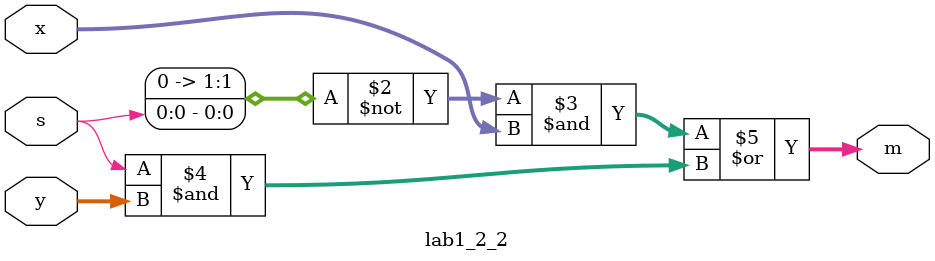
<source format=v>
`timescale 1ns / 1ps


module lab1_2_2(
    input [1:0] x,
    input [1:0] y,
    input s,
     output [1:0] m
    );
    assign #3 m = (~s & x) | (s & y);
    //assign #3 m[0] = (~s & x[0]) | (s & y[0]);
    //assign m[1] = (~s & x[1]) | (s & y[1]);
    
endmodule
</source>
